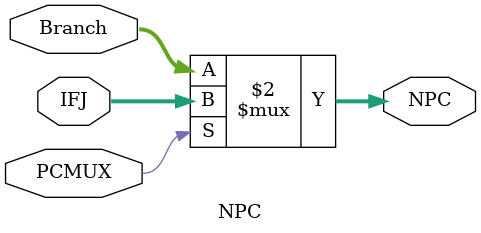
<source format=v>
/* 作为cpu输出的，成为顶层的下一个PC*/
module NPC (input [31:0] Branch, // 来自pc+4 or branch
            input [31:0] IFJ,
            input PCMUX,
            output [31:0] NPC);
assign NPC = (PCMUX == 1'b0 ? Branch : IFJ);
endmodule

</source>
